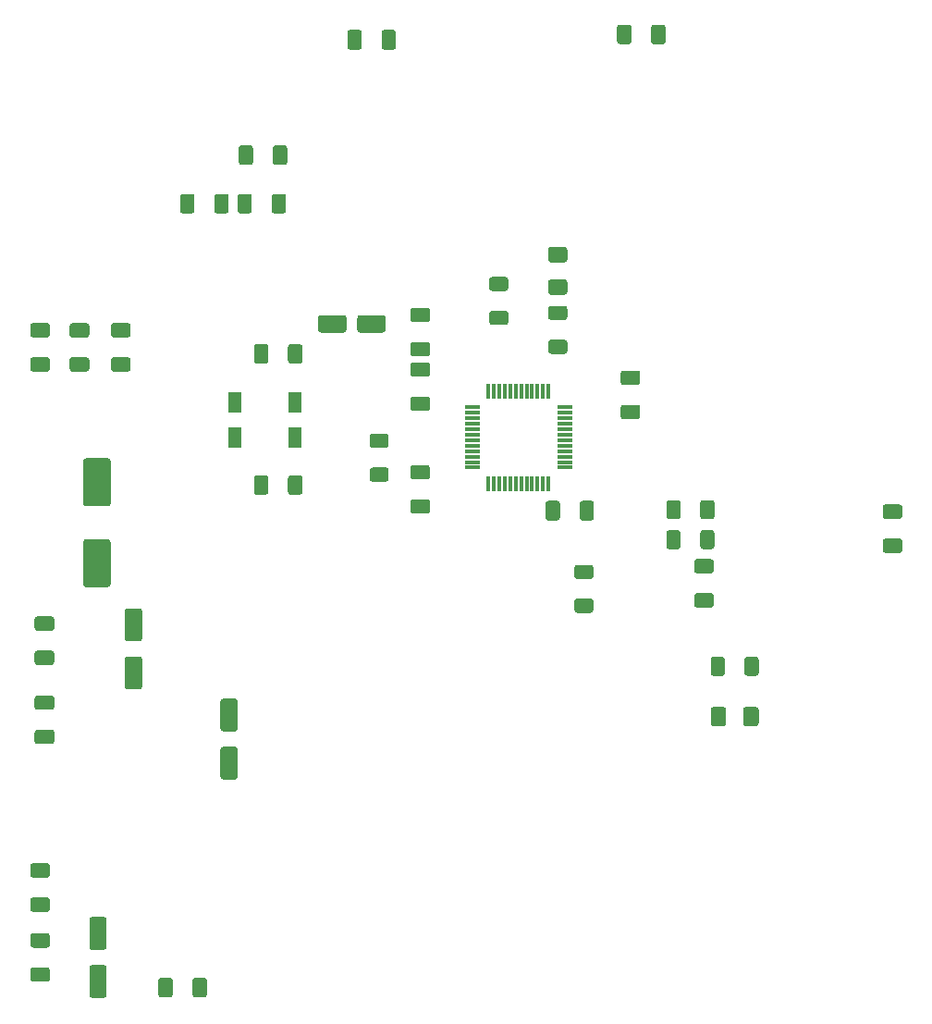
<source format=gtp>
%TF.GenerationSoftware,KiCad,Pcbnew,(5.1.12)-1*%
%TF.CreationDate,2022-08-06T16:23:42+02:00*%
%TF.ProjectId,PrototypV1_tx,50726f74-6f74-4797-9056-315f74782e6b,rev?*%
%TF.SameCoordinates,Original*%
%TF.FileFunction,Paste,Top*%
%TF.FilePolarity,Positive*%
%FSLAX46Y46*%
G04 Gerber Fmt 4.6, Leading zero omitted, Abs format (unit mm)*
G04 Created by KiCad (PCBNEW (5.1.12)-1) date 2022-08-06 16:23:42*
%MOMM*%
%LPD*%
G01*
G04 APERTURE LIST*
%ADD10R,1.300000X1.900000*%
%ADD11R,0.300000X1.475000*%
%ADD12R,1.475000X0.300000*%
G04 APERTURE END LIST*
G36*
G01*
X66825001Y-124250000D02*
X65574999Y-124250000D01*
G75*
G02*
X65325000Y-124000001I0J249999D01*
G01*
X65325000Y-123199999D01*
G75*
G02*
X65574999Y-122950000I249999J0D01*
G01*
X66825001Y-122950000D01*
G75*
G02*
X67075000Y-123199999I0J-249999D01*
G01*
X67075000Y-124000001D01*
G75*
G02*
X66825001Y-124250000I-249999J0D01*
G01*
G37*
G36*
G01*
X66825001Y-127350000D02*
X65574999Y-127350000D01*
G75*
G02*
X65325000Y-127100001I0J249999D01*
G01*
X65325000Y-126299999D01*
G75*
G02*
X65574999Y-126050000I249999J0D01*
G01*
X66825001Y-126050000D01*
G75*
G02*
X67075000Y-126299999I0J-249999D01*
G01*
X67075000Y-127100001D01*
G75*
G02*
X66825001Y-127350000I-249999J0D01*
G01*
G37*
G36*
G01*
X43700000Y-111149998D02*
X43700000Y-112450002D01*
G75*
G02*
X43450002Y-112700000I-249998J0D01*
G01*
X42624998Y-112700000D01*
G75*
G02*
X42375000Y-112450002I0J249998D01*
G01*
X42375000Y-111149998D01*
G75*
G02*
X42624998Y-110900000I249998J0D01*
G01*
X43450002Y-110900000D01*
G75*
G02*
X43700000Y-111149998I0J-249998D01*
G01*
G37*
G36*
G01*
X46825000Y-111149998D02*
X46825000Y-112450002D01*
G75*
G02*
X46575002Y-112700000I-249998J0D01*
G01*
X45749998Y-112700000D01*
G75*
G02*
X45500000Y-112450002I0J249998D01*
G01*
X45500000Y-111149998D01*
G75*
G02*
X45749998Y-110900000I249998J0D01*
G01*
X46575002Y-110900000D01*
G75*
G02*
X46825000Y-111149998I0J-249998D01*
G01*
G37*
G36*
G01*
X30949998Y-130300000D02*
X32250002Y-130300000D01*
G75*
G02*
X32500000Y-130549998I0J-249998D01*
G01*
X32500000Y-131375002D01*
G75*
G02*
X32250002Y-131625000I-249998J0D01*
G01*
X30949998Y-131625000D01*
G75*
G02*
X30700000Y-131375002I0J249998D01*
G01*
X30700000Y-130549998D01*
G75*
G02*
X30949998Y-130300000I249998J0D01*
G01*
G37*
G36*
G01*
X30949998Y-127175000D02*
X32250002Y-127175000D01*
G75*
G02*
X32500000Y-127424998I0J-249998D01*
G01*
X32500000Y-128250002D01*
G75*
G02*
X32250002Y-128500000I-249998J0D01*
G01*
X30949998Y-128500000D01*
G75*
G02*
X30700000Y-128250002I0J249998D01*
G01*
X30700000Y-127424998D01*
G75*
G02*
X30949998Y-127175000I249998J0D01*
G01*
G37*
G36*
G01*
X27149998Y-130300000D02*
X28450002Y-130300000D01*
G75*
G02*
X28700000Y-130549998I0J-249998D01*
G01*
X28700000Y-131375002D01*
G75*
G02*
X28450002Y-131625000I-249998J0D01*
G01*
X27149998Y-131625000D01*
G75*
G02*
X26900000Y-131375002I0J249998D01*
G01*
X26900000Y-130549998D01*
G75*
G02*
X27149998Y-130300000I249998J0D01*
G01*
G37*
G36*
G01*
X27149998Y-127175000D02*
X28450002Y-127175000D01*
G75*
G02*
X28700000Y-127424998I0J-249998D01*
G01*
X28700000Y-128250002D01*
G75*
G02*
X28450002Y-128500000I-249998J0D01*
G01*
X27149998Y-128500000D01*
G75*
G02*
X26900000Y-128250002I0J249998D01*
G01*
X26900000Y-127424998D01*
G75*
G02*
X27149998Y-127175000I249998J0D01*
G01*
G37*
G36*
G01*
X59650002Y-132100000D02*
X58349998Y-132100000D01*
G75*
G02*
X58100000Y-131850002I0J249998D01*
G01*
X58100000Y-131024998D01*
G75*
G02*
X58349998Y-130775000I249998J0D01*
G01*
X59650002Y-130775000D01*
G75*
G02*
X59900000Y-131024998I0J-249998D01*
G01*
X59900000Y-131850002D01*
G75*
G02*
X59650002Y-132100000I-249998J0D01*
G01*
G37*
G36*
G01*
X59650002Y-135225000D02*
X58349998Y-135225000D01*
G75*
G02*
X58100000Y-134975002I0J249998D01*
G01*
X58100000Y-134149998D01*
G75*
G02*
X58349998Y-133900000I249998J0D01*
G01*
X59650002Y-133900000D01*
G75*
G02*
X59900000Y-134149998I0J-249998D01*
G01*
X59900000Y-134975002D01*
G75*
G02*
X59650002Y-135225000I-249998J0D01*
G01*
G37*
G36*
G01*
X23549998Y-130300000D02*
X24850002Y-130300000D01*
G75*
G02*
X25100000Y-130549998I0J-249998D01*
G01*
X25100000Y-131375002D01*
G75*
G02*
X24850002Y-131625000I-249998J0D01*
G01*
X23549998Y-131625000D01*
G75*
G02*
X23300000Y-131375002I0J249998D01*
G01*
X23300000Y-130549998D01*
G75*
G02*
X23549998Y-130300000I249998J0D01*
G01*
G37*
G36*
G01*
X23549998Y-127175000D02*
X24850002Y-127175000D01*
G75*
G02*
X25100000Y-127424998I0J-249998D01*
G01*
X25100000Y-128250002D01*
G75*
G02*
X24850002Y-128500000I-249998J0D01*
G01*
X23549998Y-128500000D01*
G75*
G02*
X23300000Y-128250002I0J249998D01*
G01*
X23300000Y-127424998D01*
G75*
G02*
X23549998Y-127175000I249998J0D01*
G01*
G37*
G36*
G01*
X40150000Y-116900002D02*
X40150000Y-115599998D01*
G75*
G02*
X40399998Y-115350000I249998J0D01*
G01*
X41225002Y-115350000D01*
G75*
G02*
X41475000Y-115599998I0J-249998D01*
G01*
X41475000Y-116900002D01*
G75*
G02*
X41225002Y-117150000I-249998J0D01*
G01*
X40399998Y-117150000D01*
G75*
G02*
X40150000Y-116900002I0J249998D01*
G01*
G37*
G36*
G01*
X37025000Y-116900002D02*
X37025000Y-115599998D01*
G75*
G02*
X37274998Y-115350000I249998J0D01*
G01*
X38100002Y-115350000D01*
G75*
G02*
X38350000Y-115599998I0J-249998D01*
G01*
X38350000Y-116900002D01*
G75*
G02*
X38100002Y-117150000I-249998J0D01*
G01*
X37274998Y-117150000D01*
G75*
G02*
X37025000Y-116900002I0J249998D01*
G01*
G37*
G36*
G01*
X78350000Y-100099998D02*
X78350000Y-101400002D01*
G75*
G02*
X78100002Y-101650000I-249998J0D01*
G01*
X77274998Y-101650000D01*
G75*
G02*
X77025000Y-101400002I0J249998D01*
G01*
X77025000Y-100099998D01*
G75*
G02*
X77274998Y-99850000I249998J0D01*
G01*
X78100002Y-99850000D01*
G75*
G02*
X78350000Y-100099998I0J-249998D01*
G01*
G37*
G36*
G01*
X81475000Y-100099998D02*
X81475000Y-101400002D01*
G75*
G02*
X81225002Y-101650000I-249998J0D01*
G01*
X80399998Y-101650000D01*
G75*
G02*
X80150000Y-101400002I0J249998D01*
G01*
X80150000Y-100099998D01*
G75*
G02*
X80399998Y-99850000I249998J0D01*
G01*
X81225002Y-99850000D01*
G75*
G02*
X81475000Y-100099998I0J-249998D01*
G01*
G37*
G36*
G01*
X43600000Y-115599998D02*
X43600000Y-116900002D01*
G75*
G02*
X43350002Y-117150000I-249998J0D01*
G01*
X42524998Y-117150000D01*
G75*
G02*
X42275000Y-116900002I0J249998D01*
G01*
X42275000Y-115599998D01*
G75*
G02*
X42524998Y-115350000I249998J0D01*
G01*
X43350002Y-115350000D01*
G75*
G02*
X43600000Y-115599998I0J-249998D01*
G01*
G37*
G36*
G01*
X46725000Y-115599998D02*
X46725000Y-116900002D01*
G75*
G02*
X46475002Y-117150000I-249998J0D01*
G01*
X45649998Y-117150000D01*
G75*
G02*
X45400000Y-116900002I0J249998D01*
G01*
X45400000Y-115599998D01*
G75*
G02*
X45649998Y-115350000I249998J0D01*
G01*
X46475002Y-115350000D01*
G75*
G02*
X46725000Y-115599998I0J-249998D01*
G01*
G37*
G36*
G01*
X53662500Y-100599998D02*
X53662500Y-101900002D01*
G75*
G02*
X53412502Y-102150000I-249998J0D01*
G01*
X52587498Y-102150000D01*
G75*
G02*
X52337500Y-101900002I0J249998D01*
G01*
X52337500Y-100599998D01*
G75*
G02*
X52587498Y-100350000I249998J0D01*
G01*
X53412502Y-100350000D01*
G75*
G02*
X53662500Y-100599998I0J-249998D01*
G01*
G37*
G36*
G01*
X56787500Y-100599998D02*
X56787500Y-101900002D01*
G75*
G02*
X56537502Y-102150000I-249998J0D01*
G01*
X55712498Y-102150000D01*
G75*
G02*
X55462500Y-101900002I0J249998D01*
G01*
X55462500Y-100599998D01*
G75*
G02*
X55712498Y-100350000I249998J0D01*
G01*
X56537502Y-100350000D01*
G75*
G02*
X56787500Y-100599998I0J-249998D01*
G01*
G37*
D10*
X47500000Y-137650000D03*
X42000000Y-137650000D03*
X42000000Y-134450000D03*
X47500000Y-134450000D03*
G36*
G01*
X46900000Y-130650002D02*
X46900000Y-129349998D01*
G75*
G02*
X47149998Y-129100000I249998J0D01*
G01*
X47975002Y-129100000D01*
G75*
G02*
X48225000Y-129349998I0J-249998D01*
G01*
X48225000Y-130650002D01*
G75*
G02*
X47975002Y-130900000I-249998J0D01*
G01*
X47149998Y-130900000D01*
G75*
G02*
X46900000Y-130650002I0J249998D01*
G01*
G37*
G36*
G01*
X43775000Y-130650002D02*
X43775000Y-129349998D01*
G75*
G02*
X44024998Y-129100000I249998J0D01*
G01*
X44850002Y-129100000D01*
G75*
G02*
X45100000Y-129349998I0J-249998D01*
G01*
X45100000Y-130650002D01*
G75*
G02*
X44850002Y-130900000I-249998J0D01*
G01*
X44024998Y-130900000D01*
G75*
G02*
X43775000Y-130650002I0J249998D01*
G01*
G37*
G36*
G01*
X46900000Y-142650002D02*
X46900000Y-141349998D01*
G75*
G02*
X47149998Y-141100000I249998J0D01*
G01*
X47975002Y-141100000D01*
G75*
G02*
X48225000Y-141349998I0J-249998D01*
G01*
X48225000Y-142650002D01*
G75*
G02*
X47975002Y-142900000I-249998J0D01*
G01*
X47149998Y-142900000D01*
G75*
G02*
X46900000Y-142650002I0J249998D01*
G01*
G37*
G36*
G01*
X43775000Y-142650002D02*
X43775000Y-141349998D01*
G75*
G02*
X44024998Y-141100000I249998J0D01*
G01*
X44850002Y-141100000D01*
G75*
G02*
X45100000Y-141349998I0J-249998D01*
G01*
X45100000Y-142650002D01*
G75*
G02*
X44850002Y-142900000I-249998J0D01*
G01*
X44024998Y-142900000D01*
G75*
G02*
X43775000Y-142650002I0J249998D01*
G01*
G37*
G36*
G01*
X88700000Y-159225001D02*
X88700000Y-157974999D01*
G75*
G02*
X88949999Y-157725000I249999J0D01*
G01*
X89750001Y-157725000D01*
G75*
G02*
X90000000Y-157974999I0J-249999D01*
G01*
X90000000Y-159225001D01*
G75*
G02*
X89750001Y-159475000I-249999J0D01*
G01*
X88949999Y-159475000D01*
G75*
G02*
X88700000Y-159225001I0J249999D01*
G01*
G37*
G36*
G01*
X85600000Y-159225001D02*
X85600000Y-157974999D01*
G75*
G02*
X85849999Y-157725000I249999J0D01*
G01*
X86650001Y-157725000D01*
G75*
G02*
X86900000Y-157974999I0J-249999D01*
G01*
X86900000Y-159225001D01*
G75*
G02*
X86650001Y-159475000I-249999J0D01*
G01*
X85849999Y-159475000D01*
G75*
G02*
X85600000Y-159225001I0J249999D01*
G01*
G37*
G36*
G01*
X82850000Y-146374999D02*
X82850000Y-147625001D01*
G75*
G02*
X82600001Y-147875000I-249999J0D01*
G01*
X81799999Y-147875000D01*
G75*
G02*
X81550000Y-147625001I0J249999D01*
G01*
X81550000Y-146374999D01*
G75*
G02*
X81799999Y-146125000I249999J0D01*
G01*
X82600001Y-146125000D01*
G75*
G02*
X82850000Y-146374999I0J-249999D01*
G01*
G37*
G36*
G01*
X85950000Y-146374999D02*
X85950000Y-147625001D01*
G75*
G02*
X85700001Y-147875000I-249999J0D01*
G01*
X84899999Y-147875000D01*
G75*
G02*
X84650000Y-147625001I0J249999D01*
G01*
X84650000Y-146374999D01*
G75*
G02*
X84899999Y-146125000I249999J0D01*
G01*
X85700001Y-146125000D01*
G75*
G02*
X85950000Y-146374999I0J-249999D01*
G01*
G37*
G36*
G01*
X82850000Y-143624999D02*
X82850000Y-144875001D01*
G75*
G02*
X82600001Y-145125000I-249999J0D01*
G01*
X81799999Y-145125000D01*
G75*
G02*
X81550000Y-144875001I0J249999D01*
G01*
X81550000Y-143624999D01*
G75*
G02*
X81799999Y-143375000I249999J0D01*
G01*
X82600001Y-143375000D01*
G75*
G02*
X82850000Y-143624999I0J-249999D01*
G01*
G37*
G36*
G01*
X85950000Y-143624999D02*
X85950000Y-144875001D01*
G75*
G02*
X85700001Y-145125000I-249999J0D01*
G01*
X84899999Y-145125000D01*
G75*
G02*
X84650000Y-144875001I0J249999D01*
G01*
X84650000Y-143624999D01*
G75*
G02*
X84899999Y-143375000I249999J0D01*
G01*
X85700001Y-143375000D01*
G75*
G02*
X85950000Y-143624999I0J-249999D01*
G01*
G37*
G36*
G01*
X72225001Y-126900000D02*
X70974999Y-126900000D01*
G75*
G02*
X70725000Y-126650001I0J249999D01*
G01*
X70725000Y-125849999D01*
G75*
G02*
X70974999Y-125600000I249999J0D01*
G01*
X72225001Y-125600000D01*
G75*
G02*
X72475000Y-125849999I0J-249999D01*
G01*
X72475000Y-126650001D01*
G75*
G02*
X72225001Y-126900000I-249999J0D01*
G01*
G37*
G36*
G01*
X72225001Y-130000000D02*
X70974999Y-130000000D01*
G75*
G02*
X70725000Y-129750001I0J249999D01*
G01*
X70725000Y-128949999D01*
G75*
G02*
X70974999Y-128700000I249999J0D01*
G01*
X72225001Y-128700000D01*
G75*
G02*
X72475000Y-128949999I0J-249999D01*
G01*
X72475000Y-129750001D01*
G75*
G02*
X72225001Y-130000000I-249999J0D01*
G01*
G37*
G36*
G01*
X54624999Y-140400000D02*
X55875001Y-140400000D01*
G75*
G02*
X56125000Y-140649999I0J-249999D01*
G01*
X56125000Y-141450001D01*
G75*
G02*
X55875001Y-141700000I-249999J0D01*
G01*
X54624999Y-141700000D01*
G75*
G02*
X54375000Y-141450001I0J249999D01*
G01*
X54375000Y-140649999D01*
G75*
G02*
X54624999Y-140400000I249999J0D01*
G01*
G37*
G36*
G01*
X54624999Y-137300000D02*
X55875001Y-137300000D01*
G75*
G02*
X56125000Y-137549999I0J-249999D01*
G01*
X56125000Y-138350001D01*
G75*
G02*
X55875001Y-138600000I-249999J0D01*
G01*
X54624999Y-138600000D01*
G75*
G02*
X54375000Y-138350001I0J249999D01*
G01*
X54375000Y-137549999D01*
G75*
G02*
X54624999Y-137300000I249999J0D01*
G01*
G37*
G36*
G01*
X73374999Y-152400000D02*
X74625001Y-152400000D01*
G75*
G02*
X74875000Y-152649999I0J-249999D01*
G01*
X74875000Y-153450001D01*
G75*
G02*
X74625001Y-153700000I-249999J0D01*
G01*
X73374999Y-153700000D01*
G75*
G02*
X73125000Y-153450001I0J249999D01*
G01*
X73125000Y-152649999D01*
G75*
G02*
X73374999Y-152400000I249999J0D01*
G01*
G37*
G36*
G01*
X73374999Y-149300000D02*
X74625001Y-149300000D01*
G75*
G02*
X74875000Y-149549999I0J-249999D01*
G01*
X74875000Y-150350001D01*
G75*
G02*
X74625001Y-150600000I-249999J0D01*
G01*
X73374999Y-150600000D01*
G75*
G02*
X73125000Y-150350001I0J249999D01*
G01*
X73125000Y-149549999D01*
G75*
G02*
X73374999Y-149300000I249999J0D01*
G01*
G37*
D11*
X65250000Y-133412000D03*
X65750000Y-133412000D03*
X66250000Y-133412000D03*
X66750000Y-133412000D03*
X67250000Y-133412000D03*
X67750000Y-133412000D03*
X68250000Y-133412000D03*
X68750000Y-133412000D03*
X69250000Y-133412000D03*
X69750000Y-133412000D03*
X70250000Y-133412000D03*
X70750000Y-133412000D03*
D12*
X72238000Y-134900000D03*
X72238000Y-135400000D03*
X72238000Y-135900000D03*
X72238000Y-136400000D03*
X72238000Y-136900000D03*
X72238000Y-137400000D03*
X72238000Y-137900000D03*
X72238000Y-138400000D03*
X72238000Y-138900000D03*
X72238000Y-139400000D03*
X72238000Y-139900000D03*
X72238000Y-140400000D03*
D11*
X70750000Y-141888000D03*
X70250000Y-141888000D03*
X69750000Y-141888000D03*
X69250000Y-141888000D03*
X68750000Y-141888000D03*
X68250000Y-141888000D03*
X67750000Y-141888000D03*
X67250000Y-141888000D03*
X66750000Y-141888000D03*
X66250000Y-141888000D03*
X65750000Y-141888000D03*
X65250000Y-141888000D03*
D12*
X63762000Y-140400000D03*
X63762000Y-139900000D03*
X63762000Y-139400000D03*
X63762000Y-138900000D03*
X63762000Y-138400000D03*
X63762000Y-137900000D03*
X63762000Y-137400000D03*
X63762000Y-136900000D03*
X63762000Y-136400000D03*
X63762000Y-135900000D03*
X63762000Y-135400000D03*
X63762000Y-134900000D03*
G36*
G01*
X88575000Y-163825000D02*
X88575000Y-162575000D01*
G75*
G02*
X88825000Y-162325000I250000J0D01*
G01*
X89750000Y-162325000D01*
G75*
G02*
X90000000Y-162575000I0J-250000D01*
G01*
X90000000Y-163825000D01*
G75*
G02*
X89750000Y-164075000I-250000J0D01*
G01*
X88825000Y-164075000D01*
G75*
G02*
X88575000Y-163825000I0J250000D01*
G01*
G37*
G36*
G01*
X85600000Y-163825000D02*
X85600000Y-162575000D01*
G75*
G02*
X85850000Y-162325000I250000J0D01*
G01*
X86775000Y-162325000D01*
G75*
G02*
X87025000Y-162575000I0J-250000D01*
G01*
X87025000Y-163825000D01*
G75*
G02*
X86775000Y-164075000I-250000J0D01*
G01*
X85850000Y-164075000D01*
G75*
G02*
X85600000Y-163825000I0J250000D01*
G01*
G37*
G36*
G01*
X70975000Y-123175000D02*
X72225000Y-123175000D01*
G75*
G02*
X72475000Y-123425000I0J-250000D01*
G01*
X72475000Y-124350000D01*
G75*
G02*
X72225000Y-124600000I-250000J0D01*
G01*
X70975000Y-124600000D01*
G75*
G02*
X70725000Y-124350000I0J250000D01*
G01*
X70725000Y-123425000D01*
G75*
G02*
X70975000Y-123175000I250000J0D01*
G01*
G37*
G36*
G01*
X70975000Y-120200000D02*
X72225000Y-120200000D01*
G75*
G02*
X72475000Y-120450000I0J-250000D01*
G01*
X72475000Y-121375000D01*
G75*
G02*
X72225000Y-121625000I-250000J0D01*
G01*
X70975000Y-121625000D01*
G75*
G02*
X70725000Y-121375000I0J250000D01*
G01*
X70725000Y-120450000D01*
G75*
G02*
X70975000Y-120200000I250000J0D01*
G01*
G37*
G36*
G01*
X84349998Y-151900000D02*
X85650002Y-151900000D01*
G75*
G02*
X85900000Y-152149998I0J-249998D01*
G01*
X85900000Y-152975002D01*
G75*
G02*
X85650002Y-153225000I-249998J0D01*
G01*
X84349998Y-153225000D01*
G75*
G02*
X84100000Y-152975002I0J249998D01*
G01*
X84100000Y-152149998D01*
G75*
G02*
X84349998Y-151900000I249998J0D01*
G01*
G37*
G36*
G01*
X84349998Y-148775000D02*
X85650002Y-148775000D01*
G75*
G02*
X85900000Y-149024998I0J-249998D01*
G01*
X85900000Y-149850002D01*
G75*
G02*
X85650002Y-150100000I-249998J0D01*
G01*
X84349998Y-150100000D01*
G75*
G02*
X84100000Y-149850002I0J249998D01*
G01*
X84100000Y-149024998D01*
G75*
G02*
X84349998Y-148775000I249998J0D01*
G01*
G37*
G36*
G01*
X28950000Y-185950000D02*
X30050000Y-185950000D01*
G75*
G02*
X30300000Y-186200000I0J-250000D01*
G01*
X30300000Y-188700000D01*
G75*
G02*
X30050000Y-188950000I-250000J0D01*
G01*
X28950000Y-188950000D01*
G75*
G02*
X28700000Y-188700000I0J250000D01*
G01*
X28700000Y-186200000D01*
G75*
G02*
X28950000Y-185950000I250000J0D01*
G01*
G37*
G36*
G01*
X28950000Y-181550000D02*
X30050000Y-181550000D01*
G75*
G02*
X30300000Y-181800000I0J-250000D01*
G01*
X30300000Y-184300000D01*
G75*
G02*
X30050000Y-184550000I-250000J0D01*
G01*
X28950000Y-184550000D01*
G75*
G02*
X28700000Y-184300000I0J250000D01*
G01*
X28700000Y-181800000D01*
G75*
G02*
X28950000Y-181550000I250000J0D01*
G01*
G37*
G36*
G01*
X38150000Y-188650002D02*
X38150000Y-187349998D01*
G75*
G02*
X38399998Y-187100000I249998J0D01*
G01*
X39225002Y-187100000D01*
G75*
G02*
X39475000Y-187349998I0J-249998D01*
G01*
X39475000Y-188650002D01*
G75*
G02*
X39225002Y-188900000I-249998J0D01*
G01*
X38399998Y-188900000D01*
G75*
G02*
X38150000Y-188650002I0J249998D01*
G01*
G37*
G36*
G01*
X35025000Y-188650002D02*
X35025000Y-187349998D01*
G75*
G02*
X35274998Y-187100000I249998J0D01*
G01*
X36100002Y-187100000D01*
G75*
G02*
X36350000Y-187349998I0J-249998D01*
G01*
X36350000Y-188650002D01*
G75*
G02*
X36100002Y-188900000I-249998J0D01*
G01*
X35274998Y-188900000D01*
G75*
G02*
X35025000Y-188650002I0J249998D01*
G01*
G37*
G36*
G01*
X32200000Y-157700000D02*
X33300000Y-157700000D01*
G75*
G02*
X33550000Y-157950000I0J-250000D01*
G01*
X33550000Y-160450000D01*
G75*
G02*
X33300000Y-160700000I-250000J0D01*
G01*
X32200000Y-160700000D01*
G75*
G02*
X31950000Y-160450000I0J250000D01*
G01*
X31950000Y-157950000D01*
G75*
G02*
X32200000Y-157700000I250000J0D01*
G01*
G37*
G36*
G01*
X32200000Y-153300000D02*
X33300000Y-153300000D01*
G75*
G02*
X33550000Y-153550000I0J-250000D01*
G01*
X33550000Y-156050000D01*
G75*
G02*
X33300000Y-156300000I-250000J0D01*
G01*
X32200000Y-156300000D01*
G75*
G02*
X31950000Y-156050000I0J250000D01*
G01*
X31950000Y-153550000D01*
G75*
G02*
X32200000Y-153300000I250000J0D01*
G01*
G37*
G36*
G01*
X102900002Y-145100000D02*
X101599998Y-145100000D01*
G75*
G02*
X101350000Y-144850002I0J249998D01*
G01*
X101350000Y-144024998D01*
G75*
G02*
X101599998Y-143775000I249998J0D01*
G01*
X102900002Y-143775000D01*
G75*
G02*
X103150000Y-144024998I0J-249998D01*
G01*
X103150000Y-144850002D01*
G75*
G02*
X102900002Y-145100000I-249998J0D01*
G01*
G37*
G36*
G01*
X102900002Y-148225000D02*
X101599998Y-148225000D01*
G75*
G02*
X101350000Y-147975002I0J249998D01*
G01*
X101350000Y-147149998D01*
G75*
G02*
X101599998Y-146900000I249998J0D01*
G01*
X102900002Y-146900000D01*
G75*
G02*
X103150000Y-147149998I0J-249998D01*
G01*
X103150000Y-147975002D01*
G75*
G02*
X102900002Y-148225000I-249998J0D01*
G01*
G37*
G36*
G01*
X52250000Y-126700000D02*
X52250000Y-127800000D01*
G75*
G02*
X52000000Y-128050000I-250000J0D01*
G01*
X49900000Y-128050000D01*
G75*
G02*
X49650000Y-127800000I0J250000D01*
G01*
X49650000Y-126700000D01*
G75*
G02*
X49900000Y-126450000I250000J0D01*
G01*
X52000000Y-126450000D01*
G75*
G02*
X52250000Y-126700000I0J-250000D01*
G01*
G37*
G36*
G01*
X55850000Y-126700000D02*
X55850000Y-127800000D01*
G75*
G02*
X55600000Y-128050000I-250000J0D01*
G01*
X53500000Y-128050000D01*
G75*
G02*
X53250000Y-127800000I0J250000D01*
G01*
X53250000Y-126700000D01*
G75*
G02*
X53500000Y-126450000I250000J0D01*
G01*
X55600000Y-126450000D01*
G75*
G02*
X55850000Y-126700000I0J-250000D01*
G01*
G37*
G36*
G01*
X40950000Y-165950000D02*
X42050000Y-165950000D01*
G75*
G02*
X42300000Y-166200000I0J-250000D01*
G01*
X42300000Y-168700000D01*
G75*
G02*
X42050000Y-168950000I-250000J0D01*
G01*
X40950000Y-168950000D01*
G75*
G02*
X40700000Y-168700000I0J250000D01*
G01*
X40700000Y-166200000D01*
G75*
G02*
X40950000Y-165950000I250000J0D01*
G01*
G37*
G36*
G01*
X40950000Y-161550000D02*
X42050000Y-161550000D01*
G75*
G02*
X42300000Y-161800000I0J-250000D01*
G01*
X42300000Y-164300000D01*
G75*
G02*
X42050000Y-164550000I-250000J0D01*
G01*
X40950000Y-164550000D01*
G75*
G02*
X40700000Y-164300000I0J250000D01*
G01*
X40700000Y-161800000D01*
G75*
G02*
X40950000Y-161550000I250000J0D01*
G01*
G37*
G36*
G01*
X77599998Y-134650000D02*
X78900002Y-134650000D01*
G75*
G02*
X79150000Y-134899998I0J-249998D01*
G01*
X79150000Y-135725002D01*
G75*
G02*
X78900002Y-135975000I-249998J0D01*
G01*
X77599998Y-135975000D01*
G75*
G02*
X77350000Y-135725002I0J249998D01*
G01*
X77350000Y-134899998D01*
G75*
G02*
X77599998Y-134650000I249998J0D01*
G01*
G37*
G36*
G01*
X77599998Y-131525000D02*
X78900002Y-131525000D01*
G75*
G02*
X79150000Y-131774998I0J-249998D01*
G01*
X79150000Y-132600002D01*
G75*
G02*
X78900002Y-132850000I-249998J0D01*
G01*
X77599998Y-132850000D01*
G75*
G02*
X77350000Y-132600002I0J249998D01*
G01*
X77350000Y-131774998D01*
G75*
G02*
X77599998Y-131525000I249998J0D01*
G01*
G37*
G36*
G01*
X58349998Y-143300000D02*
X59650002Y-143300000D01*
G75*
G02*
X59900000Y-143549998I0J-249998D01*
G01*
X59900000Y-144375002D01*
G75*
G02*
X59650002Y-144625000I-249998J0D01*
G01*
X58349998Y-144625000D01*
G75*
G02*
X58100000Y-144375002I0J249998D01*
G01*
X58100000Y-143549998D01*
G75*
G02*
X58349998Y-143300000I249998J0D01*
G01*
G37*
G36*
G01*
X58349998Y-140175000D02*
X59650002Y-140175000D01*
G75*
G02*
X59900000Y-140424998I0J-249998D01*
G01*
X59900000Y-141250002D01*
G75*
G02*
X59650002Y-141500000I-249998J0D01*
G01*
X58349998Y-141500000D01*
G75*
G02*
X58100000Y-141250002I0J249998D01*
G01*
X58100000Y-140424998D01*
G75*
G02*
X58349998Y-140175000I249998J0D01*
G01*
G37*
G36*
G01*
X73600000Y-145000002D02*
X73600000Y-143699998D01*
G75*
G02*
X73849998Y-143450000I249998J0D01*
G01*
X74675002Y-143450000D01*
G75*
G02*
X74925000Y-143699998I0J-249998D01*
G01*
X74925000Y-145000002D01*
G75*
G02*
X74675002Y-145250000I-249998J0D01*
G01*
X73849998Y-145250000D01*
G75*
G02*
X73600000Y-145000002I0J249998D01*
G01*
G37*
G36*
G01*
X70475000Y-145000002D02*
X70475000Y-143699998D01*
G75*
G02*
X70724998Y-143450000I249998J0D01*
G01*
X71550002Y-143450000D01*
G75*
G02*
X71800000Y-143699998I0J-249998D01*
G01*
X71800000Y-145000002D01*
G75*
G02*
X71550002Y-145250000I-249998J0D01*
G01*
X70724998Y-145250000D01*
G75*
G02*
X70475000Y-145000002I0J249998D01*
G01*
G37*
G36*
G01*
X59650002Y-127100000D02*
X58349998Y-127100000D01*
G75*
G02*
X58100000Y-126850002I0J249998D01*
G01*
X58100000Y-126024998D01*
G75*
G02*
X58349998Y-125775000I249998J0D01*
G01*
X59650002Y-125775000D01*
G75*
G02*
X59900000Y-126024998I0J-249998D01*
G01*
X59900000Y-126850002D01*
G75*
G02*
X59650002Y-127100000I-249998J0D01*
G01*
G37*
G36*
G01*
X59650002Y-130225000D02*
X58349998Y-130225000D01*
G75*
G02*
X58100000Y-129975002I0J249998D01*
G01*
X58100000Y-129149998D01*
G75*
G02*
X58349998Y-128900000I249998J0D01*
G01*
X59650002Y-128900000D01*
G75*
G02*
X59900000Y-129149998I0J-249998D01*
G01*
X59900000Y-129975002D01*
G75*
G02*
X59650002Y-130225000I-249998J0D01*
G01*
G37*
G36*
G01*
X30400000Y-143950000D02*
X28400000Y-143950000D01*
G75*
G02*
X28150000Y-143700000I0J250000D01*
G01*
X28150000Y-139800000D01*
G75*
G02*
X28400000Y-139550000I250000J0D01*
G01*
X30400000Y-139550000D01*
G75*
G02*
X30650000Y-139800000I0J-250000D01*
G01*
X30650000Y-143700000D01*
G75*
G02*
X30400000Y-143950000I-250000J0D01*
G01*
G37*
G36*
G01*
X30400000Y-151350000D02*
X28400000Y-151350000D01*
G75*
G02*
X28150000Y-151100000I0J250000D01*
G01*
X28150000Y-147200000D01*
G75*
G02*
X28400000Y-146950000I250000J0D01*
G01*
X30400000Y-146950000D01*
G75*
G02*
X30650000Y-147200000I0J-250000D01*
G01*
X30650000Y-151100000D01*
G75*
G02*
X30400000Y-151350000I-250000J0D01*
G01*
G37*
G36*
G01*
X25250002Y-155350000D02*
X23949998Y-155350000D01*
G75*
G02*
X23700000Y-155100002I0J249998D01*
G01*
X23700000Y-154274998D01*
G75*
G02*
X23949998Y-154025000I249998J0D01*
G01*
X25250002Y-154025000D01*
G75*
G02*
X25500000Y-154274998I0J-249998D01*
G01*
X25500000Y-155100002D01*
G75*
G02*
X25250002Y-155350000I-249998J0D01*
G01*
G37*
G36*
G01*
X25250002Y-158475000D02*
X23949998Y-158475000D01*
G75*
G02*
X23700000Y-158225002I0J249998D01*
G01*
X23700000Y-157399998D01*
G75*
G02*
X23949998Y-157150000I249998J0D01*
G01*
X25250002Y-157150000D01*
G75*
G02*
X25500000Y-157399998I0J-249998D01*
G01*
X25500000Y-158225002D01*
G75*
G02*
X25250002Y-158475000I-249998J0D01*
G01*
G37*
G36*
G01*
X25250002Y-162587500D02*
X23949998Y-162587500D01*
G75*
G02*
X23700000Y-162337502I0J249998D01*
G01*
X23700000Y-161512498D01*
G75*
G02*
X23949998Y-161262500I249998J0D01*
G01*
X25250002Y-161262500D01*
G75*
G02*
X25500000Y-161512498I0J-249998D01*
G01*
X25500000Y-162337502D01*
G75*
G02*
X25250002Y-162587500I-249998J0D01*
G01*
G37*
G36*
G01*
X25250002Y-165712500D02*
X23949998Y-165712500D01*
G75*
G02*
X23700000Y-165462502I0J249998D01*
G01*
X23700000Y-164637498D01*
G75*
G02*
X23949998Y-164387500I249998J0D01*
G01*
X25250002Y-164387500D01*
G75*
G02*
X25500000Y-164637498I0J-249998D01*
G01*
X25500000Y-165462502D01*
G75*
G02*
X25250002Y-165712500I-249998J0D01*
G01*
G37*
G36*
G01*
X23549998Y-179750000D02*
X24850002Y-179750000D01*
G75*
G02*
X25100000Y-179999998I0J-249998D01*
G01*
X25100000Y-180825002D01*
G75*
G02*
X24850002Y-181075000I-249998J0D01*
G01*
X23549998Y-181075000D01*
G75*
G02*
X23300000Y-180825002I0J249998D01*
G01*
X23300000Y-179999998D01*
G75*
G02*
X23549998Y-179750000I249998J0D01*
G01*
G37*
G36*
G01*
X23549998Y-176625000D02*
X24850002Y-176625000D01*
G75*
G02*
X25100000Y-176874998I0J-249998D01*
G01*
X25100000Y-177700002D01*
G75*
G02*
X24850002Y-177950000I-249998J0D01*
G01*
X23549998Y-177950000D01*
G75*
G02*
X23300000Y-177700002I0J249998D01*
G01*
X23300000Y-176874998D01*
G75*
G02*
X23549998Y-176625000I249998J0D01*
G01*
G37*
G36*
G01*
X24850002Y-184350000D02*
X23549998Y-184350000D01*
G75*
G02*
X23300000Y-184100002I0J249998D01*
G01*
X23300000Y-183274998D01*
G75*
G02*
X23549998Y-183025000I249998J0D01*
G01*
X24850002Y-183025000D01*
G75*
G02*
X25100000Y-183274998I0J-249998D01*
G01*
X25100000Y-184100002D01*
G75*
G02*
X24850002Y-184350000I-249998J0D01*
G01*
G37*
G36*
G01*
X24850002Y-187475000D02*
X23549998Y-187475000D01*
G75*
G02*
X23300000Y-187225002I0J249998D01*
G01*
X23300000Y-186399998D01*
G75*
G02*
X23549998Y-186150000I249998J0D01*
G01*
X24850002Y-186150000D01*
G75*
G02*
X25100000Y-186399998I0J-249998D01*
G01*
X25100000Y-187225002D01*
G75*
G02*
X24850002Y-187475000I-249998J0D01*
G01*
G37*
M02*

</source>
